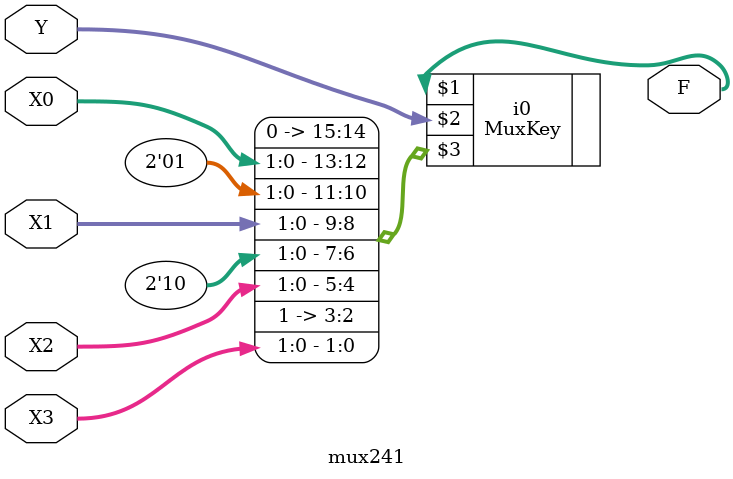
<source format=v>
`include "MuxKey.v"

module mux241(
	input [1:0] X0,
	input [1:0] X1,
	input [1:0] X2,
	input [1:0] X3,
	input [1:0] Y,
	output [1:0] F
);
	MuxKey #(4, 2, 2) i0 (F, Y, {
		2'b00, X0,
		2'b01, X1,
		2'b10, X2,
		2'b11, X3
	});

endmodule

</source>
